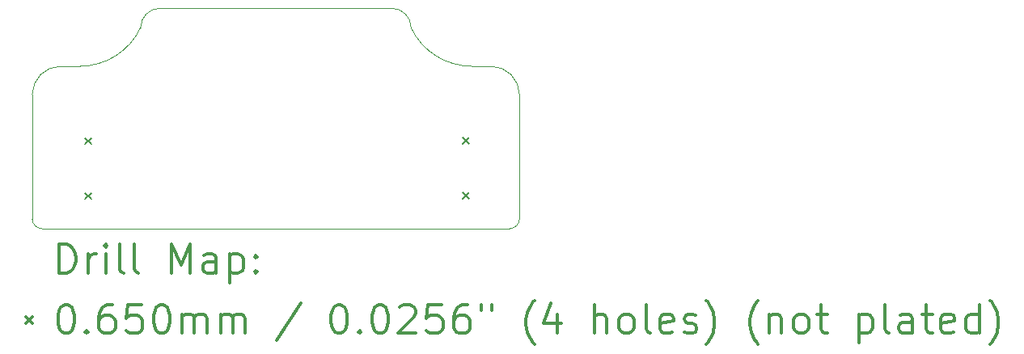
<source format=gbr>
%FSLAX45Y45*%
G04 Gerber Fmt 4.5, Leading zero omitted, Abs format (unit mm)*
G04 Created by KiCad (PCBNEW (5.1.10-1-10_14)) date 2021-07-14 14:00:40*
%MOMM*%
%LPD*%
G01*
G04 APERTURE LIST*
%TA.AperFunction,Profile*%
%ADD10C,0.038100*%
%TD*%
%ADD11C,0.200000*%
%ADD12C,0.300000*%
G04 APERTURE END LIST*
D10*
X14535760Y-6394640D02*
X14541500Y-6394640D01*
X17165320Y-6597370D02*
X17165320Y-6594640D01*
X14335788Y-6591300D02*
X14335110Y-6594339D01*
X13300000Y-8700000D02*
G75*
G02*
X13200000Y-8600000I0J100000D01*
G01*
X18300000Y-8600000D02*
G75*
G02*
X18200000Y-8700000I-100000J0D01*
G01*
X13700000Y-7000000D02*
X13500000Y-7000000D01*
X17800000Y-7000000D02*
X18000000Y-7000000D01*
X18000000Y-7000000D02*
G75*
G02*
X18300000Y-7300000I0J-300000D01*
G01*
X13200000Y-7300000D02*
G75*
G02*
X13500000Y-7000000I300000J0D01*
G01*
X14335110Y-6594339D02*
G75*
G02*
X13700000Y-7000000I-635110J294339D01*
G01*
X17800000Y-7000000D02*
G75*
G02*
X17165320Y-6597370I0J701550D01*
G01*
X16965320Y-6394640D02*
X14541500Y-6394640D01*
X16965320Y-6394640D02*
G75*
G02*
X17165320Y-6594640I0J-200000D01*
G01*
X14335788Y-6591300D02*
G75*
G02*
X14535760Y-6394640I199972J-3340D01*
G01*
X13200000Y-7300000D02*
X13200000Y-8600000D01*
X18300000Y-8600000D02*
X18300000Y-7300000D01*
X13300000Y-8700000D02*
X18200000Y-8700000D01*
D11*
X13750460Y-7750620D02*
X13815460Y-7815620D01*
X13815460Y-7750620D02*
X13750460Y-7815620D01*
X13750460Y-8328620D02*
X13815460Y-8393620D01*
X13815460Y-8328620D02*
X13750460Y-8393620D01*
X17705940Y-7745540D02*
X17770940Y-7810540D01*
X17770940Y-7745540D02*
X17705940Y-7810540D01*
X17705940Y-8323540D02*
X17770940Y-8388540D01*
X17770940Y-8323540D02*
X17705940Y-8388540D01*
D12*
X13484523Y-9167619D02*
X13484523Y-8867619D01*
X13555952Y-8867619D01*
X13598809Y-8881905D01*
X13627381Y-8910477D01*
X13641666Y-8939048D01*
X13655952Y-8996191D01*
X13655952Y-9039048D01*
X13641666Y-9096191D01*
X13627381Y-9124762D01*
X13598809Y-9153334D01*
X13555952Y-9167619D01*
X13484523Y-9167619D01*
X13784523Y-9167619D02*
X13784523Y-8967619D01*
X13784523Y-9024762D02*
X13798809Y-8996191D01*
X13813095Y-8981905D01*
X13841666Y-8967619D01*
X13870238Y-8967619D01*
X13970238Y-9167619D02*
X13970238Y-8967619D01*
X13970238Y-8867619D02*
X13955952Y-8881905D01*
X13970238Y-8896191D01*
X13984523Y-8881905D01*
X13970238Y-8867619D01*
X13970238Y-8896191D01*
X14155952Y-9167619D02*
X14127381Y-9153334D01*
X14113095Y-9124762D01*
X14113095Y-8867619D01*
X14313095Y-9167619D02*
X14284523Y-9153334D01*
X14270238Y-9124762D01*
X14270238Y-8867619D01*
X14655952Y-9167619D02*
X14655952Y-8867619D01*
X14755952Y-9081905D01*
X14855952Y-8867619D01*
X14855952Y-9167619D01*
X15127381Y-9167619D02*
X15127381Y-9010477D01*
X15113095Y-8981905D01*
X15084523Y-8967619D01*
X15027381Y-8967619D01*
X14998809Y-8981905D01*
X15127381Y-9153334D02*
X15098809Y-9167619D01*
X15027381Y-9167619D01*
X14998809Y-9153334D01*
X14984523Y-9124762D01*
X14984523Y-9096191D01*
X14998809Y-9067619D01*
X15027381Y-9053334D01*
X15098809Y-9053334D01*
X15127381Y-9039048D01*
X15270238Y-8967619D02*
X15270238Y-9267619D01*
X15270238Y-8981905D02*
X15298809Y-8967619D01*
X15355952Y-8967619D01*
X15384523Y-8981905D01*
X15398809Y-8996191D01*
X15413095Y-9024762D01*
X15413095Y-9110477D01*
X15398809Y-9139048D01*
X15384523Y-9153334D01*
X15355952Y-9167619D01*
X15298809Y-9167619D01*
X15270238Y-9153334D01*
X15541666Y-9139048D02*
X15555952Y-9153334D01*
X15541666Y-9167619D01*
X15527381Y-9153334D01*
X15541666Y-9139048D01*
X15541666Y-9167619D01*
X15541666Y-8981905D02*
X15555952Y-8996191D01*
X15541666Y-9010477D01*
X15527381Y-8996191D01*
X15541666Y-8981905D01*
X15541666Y-9010477D01*
X13133095Y-9629405D02*
X13198095Y-9694405D01*
X13198095Y-9629405D02*
X13133095Y-9694405D01*
X13541666Y-9497619D02*
X13570238Y-9497619D01*
X13598809Y-9511905D01*
X13613095Y-9526191D01*
X13627381Y-9554762D01*
X13641666Y-9611905D01*
X13641666Y-9683334D01*
X13627381Y-9740477D01*
X13613095Y-9769048D01*
X13598809Y-9783334D01*
X13570238Y-9797619D01*
X13541666Y-9797619D01*
X13513095Y-9783334D01*
X13498809Y-9769048D01*
X13484523Y-9740477D01*
X13470238Y-9683334D01*
X13470238Y-9611905D01*
X13484523Y-9554762D01*
X13498809Y-9526191D01*
X13513095Y-9511905D01*
X13541666Y-9497619D01*
X13770238Y-9769048D02*
X13784523Y-9783334D01*
X13770238Y-9797619D01*
X13755952Y-9783334D01*
X13770238Y-9769048D01*
X13770238Y-9797619D01*
X14041666Y-9497619D02*
X13984523Y-9497619D01*
X13955952Y-9511905D01*
X13941666Y-9526191D01*
X13913095Y-9569048D01*
X13898809Y-9626191D01*
X13898809Y-9740477D01*
X13913095Y-9769048D01*
X13927381Y-9783334D01*
X13955952Y-9797619D01*
X14013095Y-9797619D01*
X14041666Y-9783334D01*
X14055952Y-9769048D01*
X14070238Y-9740477D01*
X14070238Y-9669048D01*
X14055952Y-9640477D01*
X14041666Y-9626191D01*
X14013095Y-9611905D01*
X13955952Y-9611905D01*
X13927381Y-9626191D01*
X13913095Y-9640477D01*
X13898809Y-9669048D01*
X14341666Y-9497619D02*
X14198809Y-9497619D01*
X14184523Y-9640477D01*
X14198809Y-9626191D01*
X14227381Y-9611905D01*
X14298809Y-9611905D01*
X14327381Y-9626191D01*
X14341666Y-9640477D01*
X14355952Y-9669048D01*
X14355952Y-9740477D01*
X14341666Y-9769048D01*
X14327381Y-9783334D01*
X14298809Y-9797619D01*
X14227381Y-9797619D01*
X14198809Y-9783334D01*
X14184523Y-9769048D01*
X14541666Y-9497619D02*
X14570238Y-9497619D01*
X14598809Y-9511905D01*
X14613095Y-9526191D01*
X14627381Y-9554762D01*
X14641666Y-9611905D01*
X14641666Y-9683334D01*
X14627381Y-9740477D01*
X14613095Y-9769048D01*
X14598809Y-9783334D01*
X14570238Y-9797619D01*
X14541666Y-9797619D01*
X14513095Y-9783334D01*
X14498809Y-9769048D01*
X14484523Y-9740477D01*
X14470238Y-9683334D01*
X14470238Y-9611905D01*
X14484523Y-9554762D01*
X14498809Y-9526191D01*
X14513095Y-9511905D01*
X14541666Y-9497619D01*
X14770238Y-9797619D02*
X14770238Y-9597619D01*
X14770238Y-9626191D02*
X14784523Y-9611905D01*
X14813095Y-9597619D01*
X14855952Y-9597619D01*
X14884523Y-9611905D01*
X14898809Y-9640477D01*
X14898809Y-9797619D01*
X14898809Y-9640477D02*
X14913095Y-9611905D01*
X14941666Y-9597619D01*
X14984523Y-9597619D01*
X15013095Y-9611905D01*
X15027381Y-9640477D01*
X15027381Y-9797619D01*
X15170238Y-9797619D02*
X15170238Y-9597619D01*
X15170238Y-9626191D02*
X15184523Y-9611905D01*
X15213095Y-9597619D01*
X15255952Y-9597619D01*
X15284523Y-9611905D01*
X15298809Y-9640477D01*
X15298809Y-9797619D01*
X15298809Y-9640477D02*
X15313095Y-9611905D01*
X15341666Y-9597619D01*
X15384523Y-9597619D01*
X15413095Y-9611905D01*
X15427381Y-9640477D01*
X15427381Y-9797619D01*
X16013095Y-9483334D02*
X15755952Y-9869048D01*
X16398809Y-9497619D02*
X16427381Y-9497619D01*
X16455952Y-9511905D01*
X16470238Y-9526191D01*
X16484523Y-9554762D01*
X16498809Y-9611905D01*
X16498809Y-9683334D01*
X16484523Y-9740477D01*
X16470238Y-9769048D01*
X16455952Y-9783334D01*
X16427381Y-9797619D01*
X16398809Y-9797619D01*
X16370238Y-9783334D01*
X16355952Y-9769048D01*
X16341666Y-9740477D01*
X16327381Y-9683334D01*
X16327381Y-9611905D01*
X16341666Y-9554762D01*
X16355952Y-9526191D01*
X16370238Y-9511905D01*
X16398809Y-9497619D01*
X16627381Y-9769048D02*
X16641666Y-9783334D01*
X16627381Y-9797619D01*
X16613095Y-9783334D01*
X16627381Y-9769048D01*
X16627381Y-9797619D01*
X16827381Y-9497619D02*
X16855952Y-9497619D01*
X16884523Y-9511905D01*
X16898809Y-9526191D01*
X16913095Y-9554762D01*
X16927381Y-9611905D01*
X16927381Y-9683334D01*
X16913095Y-9740477D01*
X16898809Y-9769048D01*
X16884523Y-9783334D01*
X16855952Y-9797619D01*
X16827381Y-9797619D01*
X16798809Y-9783334D01*
X16784523Y-9769048D01*
X16770238Y-9740477D01*
X16755952Y-9683334D01*
X16755952Y-9611905D01*
X16770238Y-9554762D01*
X16784523Y-9526191D01*
X16798809Y-9511905D01*
X16827381Y-9497619D01*
X17041666Y-9526191D02*
X17055952Y-9511905D01*
X17084523Y-9497619D01*
X17155952Y-9497619D01*
X17184523Y-9511905D01*
X17198809Y-9526191D01*
X17213095Y-9554762D01*
X17213095Y-9583334D01*
X17198809Y-9626191D01*
X17027381Y-9797619D01*
X17213095Y-9797619D01*
X17484523Y-9497619D02*
X17341666Y-9497619D01*
X17327381Y-9640477D01*
X17341666Y-9626191D01*
X17370238Y-9611905D01*
X17441666Y-9611905D01*
X17470238Y-9626191D01*
X17484523Y-9640477D01*
X17498809Y-9669048D01*
X17498809Y-9740477D01*
X17484523Y-9769048D01*
X17470238Y-9783334D01*
X17441666Y-9797619D01*
X17370238Y-9797619D01*
X17341666Y-9783334D01*
X17327381Y-9769048D01*
X17755952Y-9497619D02*
X17698809Y-9497619D01*
X17670238Y-9511905D01*
X17655952Y-9526191D01*
X17627381Y-9569048D01*
X17613095Y-9626191D01*
X17613095Y-9740477D01*
X17627381Y-9769048D01*
X17641666Y-9783334D01*
X17670238Y-9797619D01*
X17727381Y-9797619D01*
X17755952Y-9783334D01*
X17770238Y-9769048D01*
X17784523Y-9740477D01*
X17784523Y-9669048D01*
X17770238Y-9640477D01*
X17755952Y-9626191D01*
X17727381Y-9611905D01*
X17670238Y-9611905D01*
X17641666Y-9626191D01*
X17627381Y-9640477D01*
X17613095Y-9669048D01*
X17898809Y-9497619D02*
X17898809Y-9554762D01*
X18013095Y-9497619D02*
X18013095Y-9554762D01*
X18455952Y-9911905D02*
X18441666Y-9897619D01*
X18413095Y-9854762D01*
X18398809Y-9826191D01*
X18384523Y-9783334D01*
X18370238Y-9711905D01*
X18370238Y-9654762D01*
X18384523Y-9583334D01*
X18398809Y-9540477D01*
X18413095Y-9511905D01*
X18441666Y-9469048D01*
X18455952Y-9454762D01*
X18698809Y-9597619D02*
X18698809Y-9797619D01*
X18627381Y-9483334D02*
X18555952Y-9697619D01*
X18741666Y-9697619D01*
X19084523Y-9797619D02*
X19084523Y-9497619D01*
X19213095Y-9797619D02*
X19213095Y-9640477D01*
X19198809Y-9611905D01*
X19170238Y-9597619D01*
X19127381Y-9597619D01*
X19098809Y-9611905D01*
X19084523Y-9626191D01*
X19398809Y-9797619D02*
X19370238Y-9783334D01*
X19355952Y-9769048D01*
X19341666Y-9740477D01*
X19341666Y-9654762D01*
X19355952Y-9626191D01*
X19370238Y-9611905D01*
X19398809Y-9597619D01*
X19441666Y-9597619D01*
X19470238Y-9611905D01*
X19484523Y-9626191D01*
X19498809Y-9654762D01*
X19498809Y-9740477D01*
X19484523Y-9769048D01*
X19470238Y-9783334D01*
X19441666Y-9797619D01*
X19398809Y-9797619D01*
X19670238Y-9797619D02*
X19641666Y-9783334D01*
X19627381Y-9754762D01*
X19627381Y-9497619D01*
X19898809Y-9783334D02*
X19870238Y-9797619D01*
X19813095Y-9797619D01*
X19784523Y-9783334D01*
X19770238Y-9754762D01*
X19770238Y-9640477D01*
X19784523Y-9611905D01*
X19813095Y-9597619D01*
X19870238Y-9597619D01*
X19898809Y-9611905D01*
X19913095Y-9640477D01*
X19913095Y-9669048D01*
X19770238Y-9697619D01*
X20027381Y-9783334D02*
X20055952Y-9797619D01*
X20113095Y-9797619D01*
X20141666Y-9783334D01*
X20155952Y-9754762D01*
X20155952Y-9740477D01*
X20141666Y-9711905D01*
X20113095Y-9697619D01*
X20070238Y-9697619D01*
X20041666Y-9683334D01*
X20027381Y-9654762D01*
X20027381Y-9640477D01*
X20041666Y-9611905D01*
X20070238Y-9597619D01*
X20113095Y-9597619D01*
X20141666Y-9611905D01*
X20255952Y-9911905D02*
X20270238Y-9897619D01*
X20298809Y-9854762D01*
X20313095Y-9826191D01*
X20327381Y-9783334D01*
X20341666Y-9711905D01*
X20341666Y-9654762D01*
X20327381Y-9583334D01*
X20313095Y-9540477D01*
X20298809Y-9511905D01*
X20270238Y-9469048D01*
X20255952Y-9454762D01*
X20798809Y-9911905D02*
X20784523Y-9897619D01*
X20755952Y-9854762D01*
X20741666Y-9826191D01*
X20727381Y-9783334D01*
X20713095Y-9711905D01*
X20713095Y-9654762D01*
X20727381Y-9583334D01*
X20741666Y-9540477D01*
X20755952Y-9511905D01*
X20784523Y-9469048D01*
X20798809Y-9454762D01*
X20913095Y-9597619D02*
X20913095Y-9797619D01*
X20913095Y-9626191D02*
X20927381Y-9611905D01*
X20955952Y-9597619D01*
X20998809Y-9597619D01*
X21027381Y-9611905D01*
X21041666Y-9640477D01*
X21041666Y-9797619D01*
X21227381Y-9797619D02*
X21198809Y-9783334D01*
X21184523Y-9769048D01*
X21170238Y-9740477D01*
X21170238Y-9654762D01*
X21184523Y-9626191D01*
X21198809Y-9611905D01*
X21227381Y-9597619D01*
X21270238Y-9597619D01*
X21298809Y-9611905D01*
X21313095Y-9626191D01*
X21327381Y-9654762D01*
X21327381Y-9740477D01*
X21313095Y-9769048D01*
X21298809Y-9783334D01*
X21270238Y-9797619D01*
X21227381Y-9797619D01*
X21413095Y-9597619D02*
X21527381Y-9597619D01*
X21455952Y-9497619D02*
X21455952Y-9754762D01*
X21470238Y-9783334D01*
X21498809Y-9797619D01*
X21527381Y-9797619D01*
X21855952Y-9597619D02*
X21855952Y-9897619D01*
X21855952Y-9611905D02*
X21884523Y-9597619D01*
X21941666Y-9597619D01*
X21970238Y-9611905D01*
X21984523Y-9626191D01*
X21998809Y-9654762D01*
X21998809Y-9740477D01*
X21984523Y-9769048D01*
X21970238Y-9783334D01*
X21941666Y-9797619D01*
X21884523Y-9797619D01*
X21855952Y-9783334D01*
X22170238Y-9797619D02*
X22141666Y-9783334D01*
X22127381Y-9754762D01*
X22127381Y-9497619D01*
X22413095Y-9797619D02*
X22413095Y-9640477D01*
X22398809Y-9611905D01*
X22370238Y-9597619D01*
X22313095Y-9597619D01*
X22284523Y-9611905D01*
X22413095Y-9783334D02*
X22384523Y-9797619D01*
X22313095Y-9797619D01*
X22284523Y-9783334D01*
X22270238Y-9754762D01*
X22270238Y-9726191D01*
X22284523Y-9697619D01*
X22313095Y-9683334D01*
X22384523Y-9683334D01*
X22413095Y-9669048D01*
X22513095Y-9597619D02*
X22627381Y-9597619D01*
X22555952Y-9497619D02*
X22555952Y-9754762D01*
X22570238Y-9783334D01*
X22598809Y-9797619D01*
X22627381Y-9797619D01*
X22841666Y-9783334D02*
X22813095Y-9797619D01*
X22755952Y-9797619D01*
X22727381Y-9783334D01*
X22713095Y-9754762D01*
X22713095Y-9640477D01*
X22727381Y-9611905D01*
X22755952Y-9597619D01*
X22813095Y-9597619D01*
X22841666Y-9611905D01*
X22855952Y-9640477D01*
X22855952Y-9669048D01*
X22713095Y-9697619D01*
X23113095Y-9797619D02*
X23113095Y-9497619D01*
X23113095Y-9783334D02*
X23084523Y-9797619D01*
X23027381Y-9797619D01*
X22998809Y-9783334D01*
X22984523Y-9769048D01*
X22970238Y-9740477D01*
X22970238Y-9654762D01*
X22984523Y-9626191D01*
X22998809Y-9611905D01*
X23027381Y-9597619D01*
X23084523Y-9597619D01*
X23113095Y-9611905D01*
X23227381Y-9911905D02*
X23241666Y-9897619D01*
X23270238Y-9854762D01*
X23284523Y-9826191D01*
X23298809Y-9783334D01*
X23313095Y-9711905D01*
X23313095Y-9654762D01*
X23298809Y-9583334D01*
X23284523Y-9540477D01*
X23270238Y-9511905D01*
X23241666Y-9469048D01*
X23227381Y-9454762D01*
M02*

</source>
